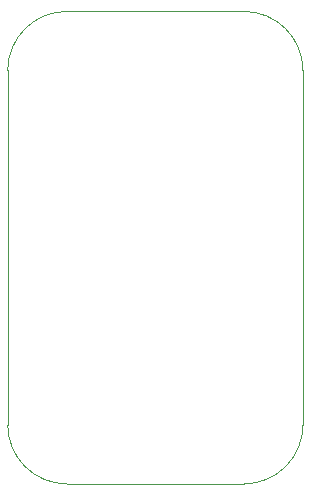
<source format=gm1>
G04 #@! TF.GenerationSoftware,KiCad,Pcbnew,8.0.1*
G04 #@! TF.CreationDate,2024-09-18T22:43:32-06:00*
G04 #@! TF.ProjectId,semg,73656d67-2e6b-4696-9361-645f70636258,rev?*
G04 #@! TF.SameCoordinates,Original*
G04 #@! TF.FileFunction,Profile,NP*
%FSLAX46Y46*%
G04 Gerber Fmt 4.6, Leading zero omitted, Abs format (unit mm)*
G04 Created by KiCad (PCBNEW 8.0.1) date 2024-09-18 22:43:32*
%MOMM*%
%LPD*%
G01*
G04 APERTURE LIST*
G04 #@! TA.AperFunction,Profile*
%ADD10C,0.050000*%
G04 #@! TD*
G04 APERTURE END LIST*
D10*
X53864466Y-19064466D02*
G75*
G02*
X58864466Y-14064466I5000034J-34D01*
G01*
X73864466Y-14064466D02*
G75*
G02*
X78864534Y-19064466I34J-5000034D01*
G01*
X73864466Y-14064466D02*
X58864466Y-14064466D01*
X58864466Y-54064466D02*
G75*
G02*
X53864534Y-49064466I34J4999966D01*
G01*
X78864466Y-49064466D02*
X78864466Y-19064466D01*
X78864466Y-49064466D02*
G75*
G02*
X73864466Y-54064466I-4999966J-34D01*
G01*
X58864466Y-54064466D02*
X73864466Y-54064466D01*
X53864466Y-19064466D02*
X53864466Y-49064466D01*
M02*

</source>
